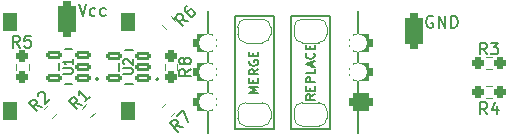
<source format=gbr>
G04 #@! TF.GenerationSoftware,KiCad,Pcbnew,(6.0.6-0)*
G04 #@! TF.CreationDate,2022-11-05T02:28:38-04:00*
G04 #@! TF.ProjectId,Twins Main PCB,5477696e-7320-44d6-9169-6e205043422e,1*
G04 #@! TF.SameCoordinates,Original*
G04 #@! TF.FileFunction,Legend,Top*
G04 #@! TF.FilePolarity,Positive*
%FSLAX46Y46*%
G04 Gerber Fmt 4.6, Leading zero omitted, Abs format (unit mm)*
G04 Created by KiCad (PCBNEW (6.0.6-0)) date 2022-11-05 02:28:38*
%MOMM*%
%LPD*%
G01*
G04 APERTURE LIST*
G04 Aperture macros list*
%AMRoundRect*
0 Rectangle with rounded corners*
0 $1 Rounding radius*
0 $2 $3 $4 $5 $6 $7 $8 $9 X,Y pos of 4 corners*
0 Add a 4 corners polygon primitive as box body*
4,1,4,$2,$3,$4,$5,$6,$7,$8,$9,$2,$3,0*
0 Add four circle primitives for the rounded corners*
1,1,$1+$1,$2,$3*
1,1,$1+$1,$4,$5*
1,1,$1+$1,$6,$7*
1,1,$1+$1,$8,$9*
0 Add four rect primitives between the rounded corners*
20,1,$1+$1,$2,$3,$4,$5,0*
20,1,$1+$1,$4,$5,$6,$7,0*
20,1,$1+$1,$6,$7,$8,$9,0*
20,1,$1+$1,$8,$9,$2,$3,0*%
%AMFreePoly0*
4,1,37,0.535921,0.785921,0.550800,0.750000,0.550800,-0.750000,0.535921,-0.785921,0.500000,-0.800800,0.000000,-0.800800,-0.012526,-0.795612,-0.080872,-0.794359,-0.095090,-0.792057,-0.230405,-0.749782,-0.243405,-0.743581,-0.361415,-0.665026,-0.372153,-0.655426,-0.463373,-0.546907,-0.470984,-0.534678,-0.528079,-0.404919,-0.531952,-0.391047,-0.549535,-0.256587,-0.548147,-0.256405,-0.550800,-0.250000,
-0.550800,0.250000,-0.550314,0.251174,-0.550158,0.263925,-0.528347,0.404002,-0.524136,0.417775,-0.463888,0.546100,-0.455980,0.558139,-0.362136,0.664397,-0.351168,0.673732,-0.231273,0.749380,-0.218125,0.755261,-0.081818,0.794218,-0.067547,0.796173,-0.011991,0.795833,0.000000,0.800800,0.500000,0.800800,0.535921,0.785921,0.535921,0.785921,$1*%
%AMFreePoly1*
4,1,37,0.012350,0.795685,0.074215,0.795307,0.088460,0.793178,0.224281,0.752559,0.237356,0.746518,0.356318,0.669411,0.367173,0.659942,0.459711,0.552545,0.467470,0.540411,0.526147,0.411359,0.530190,0.397535,0.550287,0.257202,0.550800,0.250000,0.550800,-0.250000,0.550796,-0.250620,0.550647,-0.262836,0.549947,-0.270644,0.526427,-0.410445,0.522048,-0.424167,0.460236,-0.551746,
0.452182,-0.563686,0.357047,-0.668790,0.345965,-0.677991,0.225155,-0.752168,0.211936,-0.757888,0.075163,-0.795177,0.060870,-0.796957,0.011464,-0.796051,0.000000,-0.800800,-0.500000,-0.800800,-0.535921,-0.785921,-0.550800,-0.750000,-0.550800,0.750000,-0.535921,0.785921,-0.500000,0.800800,0.000000,0.800800,0.012350,0.795685,0.012350,0.795685,$1*%
G04 Aperture macros list end*
%ADD10C,0.127000*%
%ADD11C,0.150000*%
%ADD12C,0.120000*%
%ADD13C,0.200000*%
%ADD14C,1.501600*%
%ADD15RoundRect,0.288300X0.344715X-0.008839X-0.008839X0.344715X-0.344715X0.008839X0.008839X-0.344715X0*%
%ADD16RoundRect,0.288300X0.008839X0.344715X-0.344715X-0.008839X-0.008839X-0.344715X0.344715X0.008839X0*%
%ADD17RoundRect,0.400800X0.650000X0.350000X-0.650000X0.350000X-0.650000X-0.350000X0.650000X-0.350000X0*%
%ADD18RoundRect,0.288300X-0.008839X-0.344715X0.344715X0.008839X0.008839X0.344715X-0.344715X-0.008839X0*%
%ADD19RoundRect,0.400800X-0.650000X-0.350000X0.650000X-0.350000X0.650000X0.350000X-0.650000X0.350000X0*%
%ADD20RoundRect,0.425800X0.375000X-1.125000X0.375000X1.125000X-0.375000X1.125000X-0.375000X-1.125000X0*%
%ADD21RoundRect,0.750800X-0.625000X0.000000X0.625000X0.000000X0.625000X0.000000X-0.625000X0.000000X0*%
%ADD22RoundRect,0.288300X0.250000X0.237500X-0.250000X0.237500X-0.250000X-0.237500X0.250000X-0.237500X0*%
%ADD23FreePoly0,180.000000*%
%ADD24FreePoly1,180.000000*%
%ADD25RoundRect,0.288300X0.237500X-0.250000X0.237500X0.250000X-0.237500X0.250000X-0.237500X-0.250000X0*%
%ADD26FreePoly0,0.000000*%
%ADD27FreePoly1,0.000000*%
%ADD28RoundRect,0.139300X0.516500X0.206500X-0.516500X0.206500X-0.516500X-0.206500X0.516500X-0.206500X0*%
%ADD29RoundRect,0.288300X-0.237500X0.250000X-0.237500X-0.250000X0.237500X-0.250000X0.237500X0.250000X0*%
G04 APERTURE END LIST*
D10*
X144375000Y-97725000D02*
X147675000Y-97725000D01*
X147675000Y-97725000D02*
X147675000Y-107300000D01*
X147675000Y-107300000D02*
X144375000Y-107300000D01*
X144375000Y-107300000D02*
X144375000Y-97725000D01*
X139600000Y-97725000D02*
X142900000Y-97725000D01*
X142900000Y-97725000D02*
X142900000Y-107300000D01*
X142900000Y-107300000D02*
X139600000Y-107300000D01*
X139600000Y-107300000D02*
X139600000Y-97725000D01*
X150075000Y-97325000D02*
X150075000Y-107625000D01*
X137320000Y-97297500D02*
X137320000Y-107622500D01*
X141594714Y-104230428D02*
X140832714Y-104230428D01*
X141377000Y-103976428D01*
X140832714Y-103722428D01*
X141594714Y-103722428D01*
X141195571Y-103359571D02*
X141195571Y-103105571D01*
X141594714Y-102996714D02*
X141594714Y-103359571D01*
X140832714Y-103359571D01*
X140832714Y-102996714D01*
X141594714Y-102234714D02*
X141231857Y-102488714D01*
X141594714Y-102670142D02*
X140832714Y-102670142D01*
X140832714Y-102379857D01*
X140869000Y-102307285D01*
X140905285Y-102271000D01*
X140977857Y-102234714D01*
X141086714Y-102234714D01*
X141159285Y-102271000D01*
X141195571Y-102307285D01*
X141231857Y-102379857D01*
X141231857Y-102670142D01*
X140869000Y-101509000D02*
X140832714Y-101581571D01*
X140832714Y-101690428D01*
X140869000Y-101799285D01*
X140941571Y-101871857D01*
X141014142Y-101908142D01*
X141159285Y-101944428D01*
X141268142Y-101944428D01*
X141413285Y-101908142D01*
X141485857Y-101871857D01*
X141558428Y-101799285D01*
X141594714Y-101690428D01*
X141594714Y-101617857D01*
X141558428Y-101509000D01*
X141522142Y-101472714D01*
X141268142Y-101472714D01*
X141268142Y-101617857D01*
X141195571Y-101146142D02*
X141195571Y-100892142D01*
X141594714Y-100783285D02*
X141594714Y-101146142D01*
X140832714Y-101146142D01*
X140832714Y-100783285D01*
X146374714Y-104360571D02*
X146011857Y-104614571D01*
X146374714Y-104796000D02*
X145612714Y-104796000D01*
X145612714Y-104505714D01*
X145649000Y-104433142D01*
X145685285Y-104396857D01*
X145757857Y-104360571D01*
X145866714Y-104360571D01*
X145939285Y-104396857D01*
X145975571Y-104433142D01*
X146011857Y-104505714D01*
X146011857Y-104796000D01*
X145975571Y-104034000D02*
X145975571Y-103780000D01*
X146374714Y-103671142D02*
X146374714Y-104034000D01*
X145612714Y-104034000D01*
X145612714Y-103671142D01*
X146374714Y-103344571D02*
X145612714Y-103344571D01*
X145612714Y-103054285D01*
X145649000Y-102981714D01*
X145685285Y-102945428D01*
X145757857Y-102909142D01*
X145866714Y-102909142D01*
X145939285Y-102945428D01*
X145975571Y-102981714D01*
X146011857Y-103054285D01*
X146011857Y-103344571D01*
X146374714Y-102219714D02*
X146374714Y-102582571D01*
X145612714Y-102582571D01*
X146157000Y-102002000D02*
X146157000Y-101639142D01*
X146374714Y-102074571D02*
X145612714Y-101820571D01*
X146374714Y-101566571D01*
X146302142Y-100877142D02*
X146338428Y-100913428D01*
X146374714Y-101022285D01*
X146374714Y-101094857D01*
X146338428Y-101203714D01*
X146265857Y-101276285D01*
X146193285Y-101312571D01*
X146048142Y-101348857D01*
X145939285Y-101348857D01*
X145794142Y-101312571D01*
X145721571Y-101276285D01*
X145649000Y-101203714D01*
X145612714Y-101094857D01*
X145612714Y-101022285D01*
X145649000Y-100913428D01*
X145685285Y-100877142D01*
X145975571Y-100550571D02*
X145975571Y-100296571D01*
X146374714Y-100187714D02*
X146374714Y-100550571D01*
X145612714Y-100550571D01*
X145612714Y-100187714D01*
D11*
X135662030Y-98157732D02*
X135089610Y-98056717D01*
X135257969Y-98561793D02*
X134550862Y-97854687D01*
X134820236Y-97585312D01*
X134921251Y-97551641D01*
X134988595Y-97551641D01*
X135089610Y-97585312D01*
X135190625Y-97686328D01*
X135224297Y-97787343D01*
X135224297Y-97854687D01*
X135190625Y-97955702D01*
X134921251Y-98225076D01*
X135561015Y-96844534D02*
X135426328Y-96979221D01*
X135392656Y-97080236D01*
X135392656Y-97147580D01*
X135426328Y-97315938D01*
X135527343Y-97484297D01*
X135796717Y-97753671D01*
X135897732Y-97787343D01*
X135965076Y-97787343D01*
X136066091Y-97753671D01*
X136200778Y-97618984D01*
X136234450Y-97517969D01*
X136234450Y-97450625D01*
X136200778Y-97349610D01*
X136032419Y-97181251D01*
X135931404Y-97147580D01*
X135864061Y-97147580D01*
X135763045Y-97181251D01*
X135628358Y-97315938D01*
X135594687Y-97416954D01*
X135594687Y-97484297D01*
X135628358Y-97585312D01*
X135213193Y-107098895D02*
X134640773Y-106997880D01*
X134809132Y-107502956D02*
X134102025Y-106795850D01*
X134371399Y-106526475D01*
X134472414Y-106492804D01*
X134539758Y-106492804D01*
X134640773Y-106526475D01*
X134741788Y-106627491D01*
X134775460Y-106728506D01*
X134775460Y-106795850D01*
X134741788Y-106896865D01*
X134472414Y-107166239D01*
X134741788Y-106156086D02*
X135213193Y-105684682D01*
X135617254Y-106694834D01*
X126662030Y-105217731D02*
X126089610Y-105116716D01*
X126257969Y-105621792D02*
X125550862Y-104914686D01*
X125820236Y-104645311D01*
X125921251Y-104611640D01*
X125988595Y-104611640D01*
X126089610Y-104645311D01*
X126190625Y-104746327D01*
X126224297Y-104847342D01*
X126224297Y-104914686D01*
X126190625Y-105015701D01*
X125921251Y-105285075D01*
X127335465Y-104544296D02*
X126931404Y-104948357D01*
X127133435Y-104746327D02*
X126426328Y-104039220D01*
X126460000Y-104207579D01*
X126460000Y-104342266D01*
X126426328Y-104443281D01*
X156388095Y-97760000D02*
X156292857Y-97712380D01*
X156150000Y-97712380D01*
X156007142Y-97760000D01*
X155911904Y-97855238D01*
X155864285Y-97950476D01*
X155816666Y-98140952D01*
X155816666Y-98283809D01*
X155864285Y-98474285D01*
X155911904Y-98569523D01*
X156007142Y-98664761D01*
X156150000Y-98712380D01*
X156245238Y-98712380D01*
X156388095Y-98664761D01*
X156435714Y-98617142D01*
X156435714Y-98283809D01*
X156245238Y-98283809D01*
X156864285Y-98712380D02*
X156864285Y-97712380D01*
X157435714Y-98712380D01*
X157435714Y-97712380D01*
X157911904Y-98712380D02*
X157911904Y-97712380D01*
X158150000Y-97712380D01*
X158292857Y-97760000D01*
X158388095Y-97855238D01*
X158435714Y-97950476D01*
X158483333Y-98140952D01*
X158483333Y-98283809D01*
X158435714Y-98474285D01*
X158388095Y-98569523D01*
X158292857Y-98664761D01*
X158150000Y-98712380D01*
X157911904Y-98712380D01*
X126389523Y-96712380D02*
X126722857Y-97712380D01*
X127056190Y-96712380D01*
X127818095Y-97664761D02*
X127722857Y-97712380D01*
X127532380Y-97712380D01*
X127437142Y-97664761D01*
X127389523Y-97617142D01*
X127341904Y-97521904D01*
X127341904Y-97236190D01*
X127389523Y-97140952D01*
X127437142Y-97093333D01*
X127532380Y-97045714D01*
X127722857Y-97045714D01*
X127818095Y-97093333D01*
X128675238Y-97664761D02*
X128580000Y-97712380D01*
X128389523Y-97712380D01*
X128294285Y-97664761D01*
X128246666Y-97617142D01*
X128199047Y-97521904D01*
X128199047Y-97236190D01*
X128246666Y-97140952D01*
X128294285Y-97093333D01*
X128389523Y-97045714D01*
X128580000Y-97045714D01*
X128675238Y-97093333D01*
X160983333Y-106032380D02*
X160650000Y-105556190D01*
X160411904Y-106032380D02*
X160411904Y-105032380D01*
X160792857Y-105032380D01*
X160888095Y-105080000D01*
X160935714Y-105127619D01*
X160983333Y-105222857D01*
X160983333Y-105365714D01*
X160935714Y-105460952D01*
X160888095Y-105508571D01*
X160792857Y-105556190D01*
X160411904Y-105556190D01*
X161840476Y-105365714D02*
X161840476Y-106032380D01*
X161602380Y-104984761D02*
X161364285Y-105699047D01*
X161983333Y-105699047D01*
X160963333Y-100972380D02*
X160630000Y-100496190D01*
X160391904Y-100972380D02*
X160391904Y-99972380D01*
X160772857Y-99972380D01*
X160868095Y-100020000D01*
X160915714Y-100067619D01*
X160963333Y-100162857D01*
X160963333Y-100305714D01*
X160915714Y-100400952D01*
X160868095Y-100448571D01*
X160772857Y-100496190D01*
X160391904Y-100496190D01*
X161296666Y-99972380D02*
X161915714Y-99972380D01*
X161582380Y-100353333D01*
X161725238Y-100353333D01*
X161820476Y-100400952D01*
X161868095Y-100448571D01*
X161915714Y-100543809D01*
X161915714Y-100781904D01*
X161868095Y-100877142D01*
X161820476Y-100924761D01*
X161725238Y-100972380D01*
X161439523Y-100972380D01*
X161344285Y-100924761D01*
X161296666Y-100877142D01*
X135902380Y-102206666D02*
X135426190Y-102540000D01*
X135902380Y-102778095D02*
X134902380Y-102778095D01*
X134902380Y-102397142D01*
X134950000Y-102301904D01*
X134997619Y-102254285D01*
X135092857Y-102206666D01*
X135235714Y-102206666D01*
X135330952Y-102254285D01*
X135378571Y-102301904D01*
X135426190Y-102397142D01*
X135426190Y-102778095D01*
X135330952Y-101635238D02*
X135283333Y-101730476D01*
X135235714Y-101778095D01*
X135140476Y-101825714D01*
X135092857Y-101825714D01*
X134997619Y-101778095D01*
X134950000Y-101730476D01*
X134902380Y-101635238D01*
X134902380Y-101444761D01*
X134950000Y-101349523D01*
X134997619Y-101301904D01*
X135092857Y-101254285D01*
X135140476Y-101254285D01*
X135235714Y-101301904D01*
X135283333Y-101349523D01*
X135330952Y-101444761D01*
X135330952Y-101635238D01*
X135378571Y-101730476D01*
X135426190Y-101778095D01*
X135521428Y-101825714D01*
X135711904Y-101825714D01*
X135807142Y-101778095D01*
X135854761Y-101730476D01*
X135902380Y-101635238D01*
X135902380Y-101444761D01*
X135854761Y-101349523D01*
X135807142Y-101301904D01*
X135711904Y-101254285D01*
X135521428Y-101254285D01*
X135426190Y-101301904D01*
X135378571Y-101349523D01*
X135330952Y-101444761D01*
X123282029Y-105397732D02*
X122709609Y-105296717D01*
X122877968Y-105801793D02*
X122170861Y-105094687D01*
X122440235Y-104825312D01*
X122541250Y-104791641D01*
X122608594Y-104791641D01*
X122709609Y-104825312D01*
X122810624Y-104926328D01*
X122844296Y-105027343D01*
X122844296Y-105094687D01*
X122810624Y-105195702D01*
X122541250Y-105465076D01*
X122911640Y-104488595D02*
X122911640Y-104421251D01*
X122945311Y-104320236D01*
X123113670Y-104151877D01*
X123214686Y-104118206D01*
X123282029Y-104118206D01*
X123383044Y-104151877D01*
X123450388Y-104219221D01*
X123517731Y-104353908D01*
X123517731Y-105162030D01*
X123955464Y-104724297D01*
X130171904Y-102619523D02*
X130819523Y-102619523D01*
X130895714Y-102581428D01*
X130933809Y-102543333D01*
X130971904Y-102467142D01*
X130971904Y-102314761D01*
X130933809Y-102238571D01*
X130895714Y-102200476D01*
X130819523Y-102162380D01*
X130171904Y-102162380D01*
X130248095Y-101819523D02*
X130210000Y-101781428D01*
X130171904Y-101705238D01*
X130171904Y-101514761D01*
X130210000Y-101438571D01*
X130248095Y-101400476D01*
X130324285Y-101362380D01*
X130400476Y-101362380D01*
X130514761Y-101400476D01*
X130971904Y-101857619D01*
X130971904Y-101362380D01*
X121413333Y-100392380D02*
X121080000Y-99916190D01*
X120841904Y-100392380D02*
X120841904Y-99392380D01*
X121222857Y-99392380D01*
X121318095Y-99440000D01*
X121365714Y-99487619D01*
X121413333Y-99582857D01*
X121413333Y-99725714D01*
X121365714Y-99820952D01*
X121318095Y-99868571D01*
X121222857Y-99916190D01*
X120841904Y-99916190D01*
X122318095Y-99392380D02*
X121841904Y-99392380D01*
X121794285Y-99868571D01*
X121841904Y-99820952D01*
X121937142Y-99773333D01*
X122175238Y-99773333D01*
X122270476Y-99820952D01*
X122318095Y-99868571D01*
X122365714Y-99963809D01*
X122365714Y-100201904D01*
X122318095Y-100297142D01*
X122270476Y-100344761D01*
X122175238Y-100392380D01*
X121937142Y-100392380D01*
X121841904Y-100344761D01*
X121794285Y-100297142D01*
X125081904Y-102619523D02*
X125729523Y-102619523D01*
X125805714Y-102581428D01*
X125843809Y-102543333D01*
X125881904Y-102467142D01*
X125881904Y-102314761D01*
X125843809Y-102238571D01*
X125805714Y-102200476D01*
X125729523Y-102162380D01*
X125081904Y-102162380D01*
X125881904Y-101362380D02*
X125881904Y-101819523D01*
X125881904Y-101590952D02*
X125081904Y-101590952D01*
X125196190Y-101667142D01*
X125272380Y-101743333D01*
X125310476Y-101819523D01*
D12*
X134549580Y-98110654D02*
X134189346Y-97750420D01*
X133810654Y-98849580D02*
X133450420Y-98489346D01*
X134549580Y-105839346D02*
X134189346Y-106199580D01*
X133810654Y-105100420D02*
X133450420Y-105460654D01*
X127389346Y-106299580D02*
X127749580Y-105939346D01*
X126650420Y-105560654D02*
X127010654Y-105200420D01*
X161404724Y-103627500D02*
X160895276Y-103627500D01*
X161404724Y-104672500D02*
X160895276Y-104672500D01*
X142650000Y-98675000D02*
X142650000Y-99275000D01*
X140550000Y-97975000D02*
X141950000Y-97975000D01*
X139850000Y-99275000D02*
X139850000Y-98675000D01*
X141950000Y-99975000D02*
X140550000Y-99975000D01*
X142650000Y-98675000D02*
G75*
G03*
X141950000Y-97975000I-699999J1D01*
G01*
X140550000Y-97975000D02*
G75*
G03*
X139850000Y-98675000I0J-700000D01*
G01*
X141950000Y-99975000D02*
G75*
G03*
X142650000Y-99275000I1J699999D01*
G01*
X139850000Y-99275000D02*
G75*
G03*
X140550000Y-99975000I700000J0D01*
G01*
X161404724Y-101177500D02*
X160895276Y-101177500D01*
X161404724Y-102222500D02*
X160895276Y-102222500D01*
X133702500Y-102254724D02*
X133702500Y-101745276D01*
X134747500Y-102254724D02*
X134747500Y-101745276D01*
X123425420Y-105585654D02*
X123785654Y-105225420D01*
X124164346Y-106324580D02*
X124524580Y-105964346D01*
X146725000Y-99975000D02*
X145325000Y-99975000D01*
X145325000Y-97975000D02*
X146725000Y-97975000D01*
X144625000Y-99275000D02*
X144625000Y-98675000D01*
X147425000Y-98675000D02*
X147425000Y-99275000D01*
X146725000Y-99975000D02*
G75*
G03*
X147425000Y-99275000I0J700000D01*
G01*
X145325000Y-97975000D02*
G75*
G03*
X144625000Y-98675000I-1J-699999D01*
G01*
X144625000Y-99275000D02*
G75*
G03*
X145325000Y-99975000I699999J-1D01*
G01*
X147425000Y-98675000D02*
G75*
G03*
X146725000Y-97975000I-700000J0D01*
G01*
D10*
X129825000Y-102360000D02*
X129825000Y-101690000D01*
X130295000Y-100575000D02*
X130955000Y-100575000D01*
X130955000Y-103475000D02*
X130295000Y-103475000D01*
D13*
X133135000Y-103075000D02*
G75*
G03*
X133135000Y-103075000I-100000J0D01*
G01*
D12*
X141950000Y-107050000D02*
X140550000Y-107050000D01*
X140550000Y-105050000D02*
X141950000Y-105050000D01*
X139850000Y-106350000D02*
X139850000Y-105750000D01*
X142650000Y-105750000D02*
X142650000Y-106350000D01*
X140550000Y-105050000D02*
G75*
G03*
X139850000Y-105750000I0J-700000D01*
G01*
X141950000Y-107050000D02*
G75*
G03*
X142650000Y-106350000I1J699999D01*
G01*
X139850000Y-106350000D02*
G75*
G03*
X140550000Y-107050000I700000J0D01*
G01*
X142650000Y-105750000D02*
G75*
G03*
X141950000Y-105050000I-699999J1D01*
G01*
X144625000Y-106350000D02*
X144625000Y-105750000D01*
X147425000Y-105750000D02*
X147425000Y-106350000D01*
X145325000Y-105050000D02*
X146725000Y-105050000D01*
X146725000Y-107050000D02*
X145325000Y-107050000D01*
X146725000Y-107050000D02*
G75*
G03*
X147425000Y-106350000I0J700000D01*
G01*
X145325000Y-105050000D02*
G75*
G03*
X144625000Y-105750000I-1J-699999D01*
G01*
X147425000Y-105750000D02*
G75*
G03*
X146725000Y-105050000I-700000J0D01*
G01*
X144625000Y-106350000D02*
G75*
G03*
X145325000Y-107050000I699999J-1D01*
G01*
X121102500Y-101745276D02*
X121102500Y-102254724D01*
X122147500Y-101745276D02*
X122147500Y-102254724D01*
D10*
X124737500Y-102335000D02*
X124737500Y-101665000D01*
X125207500Y-100550000D02*
X125867500Y-100550000D01*
X125867500Y-103450000D02*
X125207500Y-103450000D01*
D13*
X128047500Y-103050000D02*
G75*
G03*
X128047500Y-103050000I-100000J0D01*
G01*
%LPC*%
D14*
X162375000Y-106775000D03*
X162375000Y-99175000D03*
D15*
X134645235Y-98945235D03*
X133354765Y-97654765D03*
D16*
X134645235Y-105004765D03*
X133354765Y-106295235D03*
D14*
X150025000Y-104975000D03*
D17*
X150275000Y-104975000D03*
D18*
X126554765Y-106395235D03*
X127845235Y-105104765D03*
D14*
X159875000Y-99175000D03*
D19*
X137125000Y-102475000D03*
D14*
X137375000Y-102475000D03*
D20*
X154800000Y-98990000D03*
X125370000Y-98010000D03*
D21*
X130600000Y-105775000D03*
D22*
X162062500Y-104150000D03*
X160237500Y-104150000D03*
D17*
X150275000Y-102475000D03*
D14*
X150025000Y-102475000D03*
D23*
X141900000Y-98975000D03*
D24*
X140600000Y-98975000D03*
D21*
X120600000Y-98200000D03*
X130600000Y-98200000D03*
D22*
X162062500Y-101700000D03*
X160237500Y-101700000D03*
D25*
X134225000Y-102912500D03*
X134225000Y-101087500D03*
D18*
X123329765Y-106420235D03*
X124620235Y-105129765D03*
D21*
X120600000Y-105775000D03*
D26*
X145375000Y-98975000D03*
D27*
X146675000Y-98975000D03*
D28*
X131880000Y-102975000D03*
X131880000Y-102025000D03*
X131880000Y-101075000D03*
X129370000Y-101075000D03*
X129370000Y-102975000D03*
D23*
X141900000Y-106050000D03*
D24*
X140600000Y-106050000D03*
D14*
X159875000Y-106775000D03*
D26*
X145375000Y-106050000D03*
D27*
X146675000Y-106050000D03*
D19*
X137125000Y-104975000D03*
D14*
X137375000Y-104975000D03*
D19*
X137125000Y-99975000D03*
D14*
X137375000Y-99975000D03*
D29*
X121625000Y-101087500D03*
X121625000Y-102912500D03*
D17*
X150275000Y-99975000D03*
D14*
X150025000Y-99975000D03*
D28*
X126792500Y-102950000D03*
X126792500Y-102000000D03*
X126792500Y-101050000D03*
X124282500Y-101050000D03*
X124282500Y-102950000D03*
M02*

</source>
